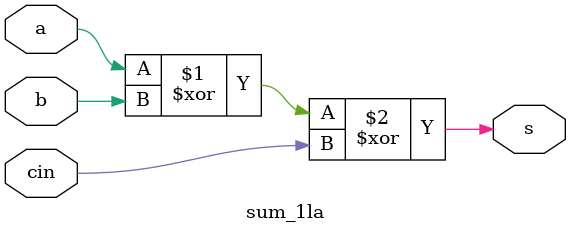
<source format=v>
module sum_1la(a, b, cin, s);

	input a, b, cin;
	output s;

	xor xor0(s, a, b, cin);


endmodule
</source>
